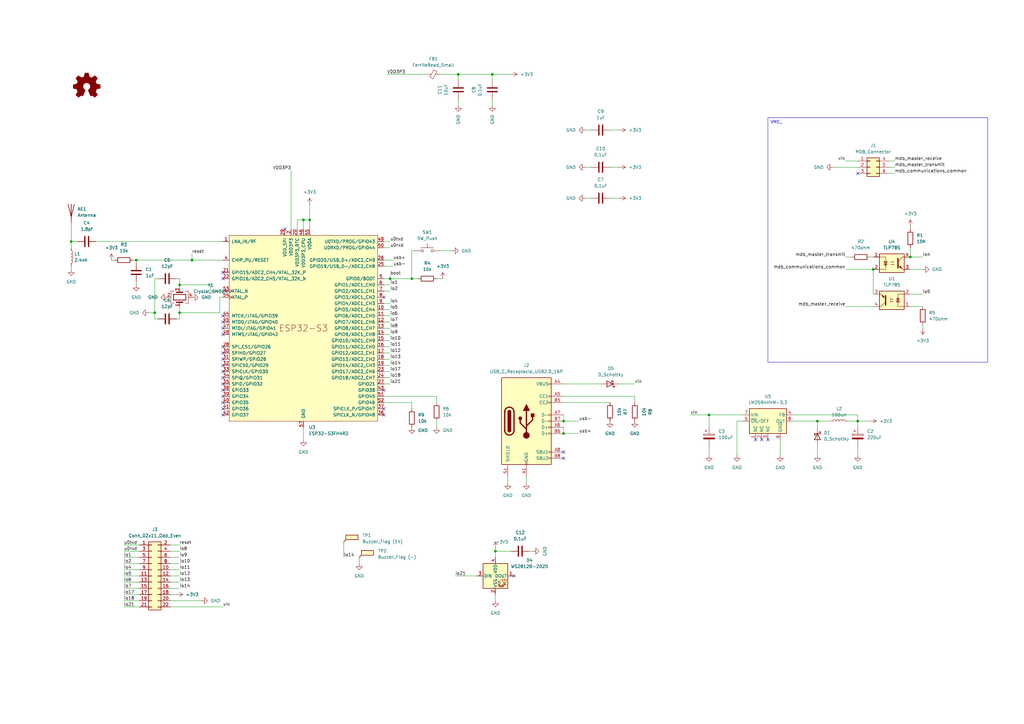
<source format=kicad_sch>
(kicad_sch (version 20250114) (generator "eeschema") (generator_version "9.0")
  (paper "A3")
  (lib_symbols
    (symbol "Connector:TestPoint_Flag" (pin_numbers (hide yes)) (pin_names (offset 0.762) (hide yes))
      (property "Reference" "TP" (at 3.429 1.778 0))
      (property "Value" "TestPoint_Flag" (at 3.302 4.191 0))
      (symbol "TestPoint_Flag_1_1"
        (pin passive line (at 0 0 90) (length 0) (name "1") (number "1"))
      )
    )
    (symbol "Connector:USB_C_Receptacle_USB2.0_16P" (pin_names (offset 1.016))
      (property "Reference" "J" (at 0 22.225 0))
      (property "Value" "USB_C_Receptacle_USB2.0_16P" (at 0 19.685 0))
      (symbol "USB_C_Receptacle_USB2.0_16P_1_1"
        (pin passive line (at -7.62 -22.86 90) (length 5.08) (name "SHIELD") (number "S1"))
        (pin passive line (at 0 -22.86 90) (length 5.08) (name "GND") (number "A1"))
        (pin passive line (at 0 -22.86 90) (length 5.08) (hide yes) (name "GND") (number "A12"))
        (pin passive line (at 0 -22.86 90) (length 5.08) (hide yes) (name "GND") (number "B1"))
        (pin passive line (at 0 -22.86 90) (length 5.08) (hide yes) (name "GND") (number "B12"))
        (pin passive line (at 15.24 15.24 180) (length 5.08) (name "VBUS") (number "A4"))
        (pin passive line (at 15.24 15.24 180) (length 5.08) (hide yes) (name "VBUS") (number "A9"))
        (pin passive line (at 15.24 15.24 180) (length 5.08) (hide yes) (name "VBUS") (number "B4"))
        (pin passive line (at 15.24 15.24 180) (length 5.08) (hide yes) (name "VBUS") (number "B9"))
        (pin bidirectional line (at 15.24 10.16 180) (length 5.08) (name "CC1") (number "A5"))
        (pin bidirectional line (at 15.24 7.62 180) (length 5.08) (name "CC2") (number "B5"))
        (pin bidirectional line (at 15.24 2.54 180) (length 5.08) (name "D-") (number "A7"))
        (pin bidirectional line (at 15.24 0 180) (length 5.08) (name "D-") (number "B7"))
        (pin bidirectional line (at 15.24 -2.54 180) (length 5.08) (name "D+") (number "A6"))
        (pin bidirectional line (at 15.24 -5.08 180) (length 5.08) (name "D+") (number "B6"))
        (pin bidirectional line (at 15.24 -12.7 180) (length 5.08) (name "SBU1") (number "A8"))
        (pin bidirectional line (at 15.24 -15.24 180) (length 5.08) (name "SBU2") (number "B8"))
      )
    )
    (symbol "Connector_Generic:Conn_02x03_Top_Bottom" (pin_names (offset 1.016) (hide yes))
      (property "Reference" "J" (at 1.27 5.08 0))
      (property "Value" "Conn_02x03_Top_Bottom" (at 1.27 -5.08 0))
      (symbol "Conn_02x03_Top_Bottom_1_1"
        (pin passive line (at -5.08 2.54 0) (length 3.81) (name "Pin_1") (number "1"))
        (pin passive line (at -5.08 0 0) (length 3.81) (name "Pin_2") (number "2"))
        (pin passive line (at -5.08 -2.54 0) (length 3.81) (name "Pin_3") (number "3"))
        (pin passive line (at 7.62 2.54 180) (length 3.81) (name "Pin_4") (number "4"))
        (pin passive line (at 7.62 0 180) (length 3.81) (name "Pin_5") (number "5"))
        (pin passive line (at 7.62 -2.54 180) (length 3.81) (name "Pin_6") (number "6"))
      )
    )
    (symbol "Connector_Generic:Conn_02x11_Odd_Even" (pin_names (offset 1.016) (hide yes))
      (property "Reference" "J" (at 1.27 15.24 0))
      (property "Value" "Conn_02x11_Odd_Even" (at 1.27 -15.24 0))
      (symbol "Conn_02x11_Odd_Even_1_1"
        (pin passive line (at -5.08 12.7 0) (length 3.81) (name "Pin_1") (number "1"))
        (pin passive line (at -5.08 10.16 0) (length 3.81) (name "Pin_3") (number "3"))
        (pin passive line (at -5.08 7.62 0) (length 3.81) (name "Pin_5") (number "5"))
        (pin passive line (at -5.08 5.08 0) (length 3.81) (name "Pin_7") (number "7"))
        (pin passive line (at -5.08 2.54 0) (length 3.81) (name "Pin_9") (number "9"))
        (pin passive line (at -5.08 0 0) (length 3.81) (name "Pin_11") (number "11"))
        (pin passive line (at -5.08 -2.54 0) (length 3.81) (name "Pin_13") (number "13"))
        (pin passive line (at -5.08 -5.08 0) (length 3.81) (name "Pin_15") (number "15"))
        (pin passive line (at -5.08 -7.62 0) (length 3.81) (name "Pin_17") (number "17"))
        (pin passive line (at -5.08 -10.16 0) (length 3.81) (name "Pin_19") (number "19"))
        (pin passive line (at -5.08 -12.7 0) (length 3.81) (name "Pin_21") (number "21"))
        (pin passive line (at 7.62 12.7 180) (length 3.81) (name "Pin_2") (number "2"))
        (pin passive line (at 7.62 10.16 180) (length 3.81) (name "Pin_4") (number "4"))
        (pin passive line (at 7.62 7.62 180) (length 3.81) (name "Pin_6") (number "6"))
        (pin passive line (at 7.62 5.08 180) (length 3.81) (name "Pin_8") (number "8"))
        (pin passive line (at 7.62 2.54 180) (length 3.81) (name "Pin_10") (number "10"))
        (pin passive line (at 7.62 0 180) (length 3.81) (name "Pin_12") (number "12"))
        (pin passive line (at 7.62 -2.54 180) (length 3.81) (name "Pin_14") (number "14"))
        (pin passive line (at 7.62 -5.08 180) (length 3.81) (name "Pin_16") (number "16"))
        (pin passive line (at 7.62 -7.62 180) (length 3.81) (name "Pin_18") (number "18"))
        (pin passive line (at 7.62 -10.16 180) (length 3.81) (name "Pin_20") (number "20"))
        (pin passive line (at 7.62 -12.7 180) (length 3.81) (name "Pin_22") (number "22"))
      )
    )
    (symbol "Device:Antenna" (pin_numbers (hide yes)) (pin_names (offset 1.016) (hide yes))
      (property "Reference" "AE" (at -1.905 1.905 0))
      (property "Value" "Antenna" (at -1.905 0 0))
      (symbol "Antenna_1_1"
        (pin input line (at 0 -5.08 90) (length 2.54) (name "A") (number "1"))
      )
    )
    (symbol "Device:C" (pin_numbers (hide yes)) (pin_names (offset 0.254))
      (property "Reference" "C" (at 0.635 2.54 0))
      (property "Value" "C" (at 0.635 -2.54 0))
      (symbol "C_1_1"
        (pin passive line (at 0 3.81 270) (length 2.794) (name "~") (number "1"))
        (pin passive line (at 0 -3.81 90) (length 2.794) (name "~") (number "2"))
      )
    )
    (symbol "Device:C_Polarized" (pin_numbers (hide yes)) (pin_names (offset 0.254))
      (property "Reference" "C" (at 0.635 2.54 0))
      (property "Value" "C_Polarized" (at 0.635 -2.54 0))
      (symbol "C_Polarized_1_1"
        (pin passive line (at 0 3.81 270) (length 2.794) (name "~") (number "1"))
        (pin passive line (at 0 -3.81 90) (length 2.794) (name "~") (number "2"))
      )
    )
    (symbol "Device:Crystal_GND24" (pin_names (offset 1.016) (hide yes))
      (property "Reference" "Y" (at 3.175 5.08 0))
      (property "Value" "Crystal_GND24" (at 3.175 3.175 0))
      (symbol "Crystal_GND24_1_1"
        (pin passive line (at -3.81 0 0) (length 1.27) (name "1") (number "1"))
        (pin passive line (at 0 5.08 270) (length 1.27) (name "2") (number "2"))
        (pin passive line (at 0 -5.08 90) (length 1.27) (name "4") (number "4"))
        (pin passive line (at 3.81 0 180) (length 1.27) (name "3") (number "3"))
      )
    )
    (symbol "Device:D_Schottky" (pin_numbers (hide yes)) (pin_names (offset 1.016) (hide yes))
      (property "Reference" "D" (at 0 2.54 0))
      (property "Value" "D_Schottky" (at 0 -2.54 0))
      (symbol "D_Schottky_1_1"
        (pin passive line (at -3.81 0 0) (length 2.54) (name "K") (number "1"))
        (pin passive line (at 3.81 0 180) (length 2.54) (name "A") (number "2"))
      )
    )
    (symbol "Device:FerriteBead_Small" (pin_numbers (hide yes)) (pin_names (offset 0))
      (property "Reference" "FB" (at 1.905 1.27 0))
      (property "Value" "FerriteBead_Small" (at 1.905 -1.27 0))
      (symbol "FerriteBead_Small_1_1"
        (pin passive line (at 0 2.54 270) (length 1.27) (name "~") (number "1"))
        (pin passive line (at 0 -2.54 90) (length 1.27) (name "~") (number "2"))
      )
    )
    (symbol "Device:L" (pin_numbers (hide yes)) (pin_names (offset 1.016) (hide yes))
      (property "Reference" "L" (at -1.27 0 90))
      (property "Value" "L" (at 1.905 0 90))
      (symbol "L_1_1"
        (pin passive line (at 0 3.81 270) (length 1.27) (name "1") (number "1"))
        (pin passive line (at 0 -3.81 90) (length 1.27) (name "2") (number "2"))
      )
    )
    (symbol "Device:R" (pin_numbers (hide yes)) (pin_names (offset 0))
      (property "Reference" "R" (at 2.032 0 90))
      (property "Value" "R" (at 0 0 90))
      (symbol "R_1_1"
        (pin passive line (at 0 3.81 270) (length 1.27) (name "~") (number "1"))
        (pin passive line (at 0 -3.81 90) (length 1.27) (name "~") (number "2"))
      )
    )
    (symbol "Graphic:Logo_Open_Hardware_Small" (in_bom no) (on_board no))
    (symbol "Isolator:TLP785" (pin_names (offset 1.016))
      (property "Reference" "U" (at -5.08 5.08 0))
      (property "Value" "TLP785" (at 0 5.08 0))
      (symbol "TLP785_1_1"
        (pin passive line (at -7.62 2.54 0) (length 2.54) (name "~") (number "1"))
        (pin passive line (at -7.62 -2.54 0) (length 2.54) (name "~") (number "2"))
        (pin passive line (at 7.62 2.54 180) (length 2.54) (name "~") (number "4"))
        (pin passive line (at 7.62 -2.54 180) (length 2.54) (name "~") (number "3"))
      )
    )
    (symbol "LED:WS2812B-2020" (pin_names (offset 0.254))
      (property "Reference" "D" (at 5.08 5.715 0))
      (property "Value" "WS2812B-2020" (at 1.27 -5.715 0))
      (symbol "WS2812B-2020_0_0"
        (text "RGB" (at 2.286 -4.191 0) (effects (font (size 0.762 0.762))))
      )
      (symbol "WS2812B-2020_1_1"
        (pin input line (at -7.62 0 0) (length 2.54) (name "DIN") (number "3"))
        (pin power_in line (at 0 7.62 270) (length 2.54) (name "VDD") (number "4"))
        (pin power_in line (at 0 -7.62 90) (length 2.54) (name "VSS") (number "2"))
        (pin output line (at 7.62 0 180) (length 2.54) (name "DOUT") (number "1"))
      )
    )
    (symbol "PCM_Espressif:ESP32-S3" (pin_names (offset 1.016))
      (property "Reference" "U" (at -30.48 43.18 0))
      (property "Value" "ESP32-S3" (at -30.48 40.64 0))
      (symbol "ESP32-S3_0_0"
        (text "ESP32-S3" (at 0 0 0) (effects (font (size 2.54 2.54))))
        (pin bidirectional line (at 33.02 -33.02 180) (length 2.54) (name "SPICLK_P/GPIO47") (number "37"))
        (pin bidirectional line (at 33.02 -35.56 180) (length 2.54) (name "SPICLK_N/GPIO48") (number "36"))
      )
      (symbol "ESP32-S3_1_1"
        (pin bidirectional line (at -33.02 35.56 0) (length 2.54) (name "LNA_IN/RF") (number "1"))
        (pin input line (at -33.02 27.94 0) (length 2.54) (name "CHIP_PU/RESET") (number "4"))
        (pin bidirectional line (at -33.02 22.86 0) (length 2.54) (name "GPIO15/ADC2_CH4/XTAL_32K_P") (number "21"))
        (pin bidirectional line (at -33.02 20.32 0) (length 2.54) (name "GPIO16/ADC2_CH5/XTAL_32K_N") (number "22"))
        (pin input clock (at -33.02 15.24 0) (length 2.54) (name "XTAL_N") (number "53"))
        (pin output clock (at -33.02 12.7 0) (length 2.54) (name "XTAL_P") (number "54"))
        (pin bidirectional line (at -33.02 5.08 0) (length 2.54) (name "MTCK/JTAG/GPIO39") (number "44"))
        (pin bidirectional line (at -33.02 2.54 0) (length 2.54) (name "MTDO/JTAG/GPIO40") (number "45"))
        (pin bidirectional line (at -33.02 0 0) (length 2.54) (name "MTDI/JTAG/GPIO41") (number "47"))
        (pin bidirectional line (at -33.02 -2.54 0) (length 2.54) (name "MTMS/JTAG/GPIO42") (number "48"))
        (pin bidirectional line (at -33.02 -7.62 0) (length 2.54) (name "SPI_CS1/GPIO26") (number "28"))
        (pin bidirectional line (at -33.02 -10.16 0) (length 2.54) (name "SPIHD/GPIO27") (number "30"))
        (pin bidirectional line (at -33.02 -12.7 0) (length 2.54) (name "SPIWP/GPIO28") (number "31"))
        (pin bidirectional line (at -33.02 -15.24 0) (length 2.54) (name "SPICS0/GPIO29") (number "32"))
        (pin bidirectional line (at -33.02 -17.78 0) (length 2.54) (name "SPICLK/GPIO30") (number "33"))
        (pin bidirectional line (at -33.02 -20.32 0) (length 2.54) (name "SPIQ/GPIO31") (number "34"))
        (pin bidirectional line (at -33.02 -22.86 0) (length 2.54) (name "SPID/GPIO32") (number "35"))
        (pin bidirectional line (at -33.02 -25.4 0) (length 2.54) (name "GPIO33") (number "38"))
        (pin bidirectional line (at -33.02 -27.94 0) (length 2.54) (name "GPIO34") (number "39"))
        (pin bidirectional line (at -33.02 -30.48 0) (length 2.54) (name "GPIO35") (number "40"))
        (pin bidirectional line (at -33.02 -33.02 0) (length 2.54) (name "GPIO36") (number "41"))
        (pin bidirectional line (at -33.02 -35.56 0) (length 2.54) (name "GPIO37") (number "42"))
        (pin power_out line (at -7.62 40.64 270) (length 2.54) (name "VDD_SPI") (number "29"))
        (pin power_in line (at -5.08 40.64 270) (length 2.54) (name "VDD3P3") (number "2"))
        (pin power_in line (at -5.08 40.64 270) (length 2.54) (hide yes) (name "VDD3P3") (number "3"))
        (pin power_in line (at -2.54 40.64 270) (length 2.54) (name "VDD3P3_RTC") (number "20"))
        (pin power_in line (at 0 40.64 270) (length 2.54) (name "VDD3P3_CPU") (number "46"))
        (pin power_in line (at 0 -40.64 90) (length 2.54) (name "GND") (number "57"))
        (pin power_in line (at 2.54 40.64 270) (length 2.54) (name "VDDA") (number "55"))
        (pin passive line (at 2.54 40.64 270) (length 2.54) (hide yes) (name "VDDA") (number "56"))
        (pin bidirectional line (at 33.02 35.56 180) (length 2.54) (name "U0TXD/PROG/GPIO43") (number "49"))
        (pin bidirectional line (at 33.02 33.02 180) (length 2.54) (name "U0RXD/PROG/GPIO44") (number "50"))
        (pin bidirectional line (at 33.02 27.94 180) (length 2.54) (name "GPIO20/USB_D+/ADC2_CH9") (number "26"))
        (pin bidirectional line (at 33.02 25.4 180) (length 2.54) (name "GPIO19/USB_D-/ADC2_CH8") (number "25"))
        (pin bidirectional line (at 33.02 20.32 180) (length 2.54) (name "GPIO0/BOOT") (number "5"))
        (pin bidirectional line (at 33.02 17.78 180) (length 2.54) (name "GPIO1/ADC1_CH0") (number "6"))
        (pin bidirectional line (at 33.02 15.24 180) (length 2.54) (name "GPIO2/ADC1_CH1") (number "7"))
        (pin bidirectional line (at 33.02 12.7 180) (length 2.54) (name "GPIO3/ADC1_CH2") (number "8"))
        (pin bidirectional line (at 33.02 10.16 180) (length 2.54) (name "GPIO4/ADC1_CH3") (number "9"))
        (pin bidirectional line (at 33.02 7.62 180) (length 2.54) (name "GPIO5/ADC1_CH4") (number "10"))
        (pin bidirectional line (at 33.02 5.08 180) (length 2.54) (name "GPIO6/ADC1_CH5") (number "11"))
        (pin bidirectional line (at 33.02 2.54 180) (length 2.54) (name "GPIO7/ADC1_CH6") (number "12"))
        (pin bidirectional line (at 33.02 0 180) (length 2.54) (name "GPIO8/ADC1_CH7") (number "13"))
        (pin bidirectional line (at 33.02 -2.54 180) (length 2.54) (name "GPIO9/ADC1_CH8") (number "14"))
        (pin bidirectional line (at 33.02 -5.08 180) (length 2.54) (name "GPIO10/ADC1_CH9") (number "15"))
        (pin bidirectional line (at 33.02 -7.62 180) (length 2.54) (name "GPIO11/ADC2_CH0") (number "16"))
        (pin bidirectional line (at 33.02 -10.16 180) (length 2.54) (name "GPIO12/ADC2_CH1") (number "17"))
        (pin bidirectional line (at 33.02 -12.7 180) (length 2.54) (name "GPIO13/ADC2_CH2") (number "18"))
        (pin bidirectional line (at 33.02 -15.24 180) (length 2.54) (name "GPIO14/ADC2_CH3") (number "19"))
        (pin bidirectional line (at 33.02 -17.78 180) (length 2.54) (name "GPIO17/ADC2_CH6") (number "23"))
        (pin bidirectional line (at 33.02 -20.32 180) (length 2.54) (name "GPIO18/ADC2_CH7") (number "24"))
        (pin bidirectional line (at 33.02 -22.86 180) (length 2.54) (name "GPIO21") (number "27"))
        (pin bidirectional line (at 33.02 -25.4 180) (length 2.54) (name "GPIO38") (number "43"))
        (pin bidirectional line (at 33.02 -27.94 180) (length 2.54) (name "GPIO45") (number "51"))
        (pin bidirectional line (at 33.02 -30.48 180) (length 2.54) (name "GPIO46") (number "52"))
      )
    )
    (symbol "Regulator_Switching:LM2594HVM-3.3"
      (property "Reference" "U" (at -7.62 6.35 0))
      (property "Value" "LM2594HVM-3.3" (at 0 6.35 0))
      (symbol "LM2594HVM-3.3_1_1"
        (pin power_in line (at -10.16 2.54 0) (length 2.54) (name "VIN") (number "7"))
        (pin input line (at -10.16 0 0) (length 2.54) (name "~{ON}/OFF") (number "5"))
        (pin passive line (at -5.08 -7.62 90) (length 2.54) (name "NC") (number "1"))
        (pin passive line (at -2.54 -7.62 90) (length 2.54) (name "NC") (number "2"))
        (pin passive line (at 0 -7.62 90) (length 2.54) (name "NC") (number "3"))
        (pin power_in line (at 5.08 -7.62 90) (length 2.54) (name "GND") (number "6"))
        (pin input line (at 10.16 2.54 180) (length 2.54) (name "FB") (number "4"))
        (pin output line (at 10.16 0 180) (length 2.54) (name "OUT") (number "8"))
      )
    )
    (symbol "Switch:SW_Push" (pin_numbers (hide yes)) (pin_names (offset 1.016) (hide yes))
      (property "Reference" "SW" (at 1.27 2.54 0))
      (property "Value" "SW_Push" (at 0 -1.524 0))
      (symbol "SW_Push_0_1"
        (pin passive line (at -5.08 0 0) (length 2.54) (name "1") (number "1"))
        (pin passive line (at 5.08 0 180) (length 2.54) (name "2") (number "2"))
      )
    )
    (symbol "power:+3V3" (power) (pin_names (offset 0))
      (property "Value" "+3V3" (at 0 3.556 0))
      (symbol "+3V3_1_1"
        (pin power_in line (at 0 0 90) (length 0) (hide yes) (name "+3V3") (number "1"))
      )
    )
    (symbol "power:GND" (power) (pin_names (offset 0))
      (property "Value" "GND" (at 0 -3.81 0))
      (symbol "GND_1_1"
        (pin power_in line (at 0 0 270) (length 0) (hide yes) (name "GND") (number "1"))
      )
    )
  )
  (text_box "VMC_" (at 314.96 48.26 0) (size 90.17 100.33) (margins 0.9525 0.9525 0.9525 0.9525) (effects (font (size 1.27 1.27)) (justify left top)))
  (junction (at 160.02 114.3))
  (junction (at 168.91 114.3))
  (junction (at 335.28 172.72))
  (junction (at 78.74 106.68))
  (junction (at 231.14 177.8))
  (junction (at 73.66 128.27))
  (junction (at 73.66 116.84))
  (junction (at 127 90.17))
  (junction (at 358.14 110.49))
  (junction (at 63.5 128.27))
  (junction (at 290.83 170.18))
  (junction (at 231.14 172.72))
  (junction (at 201.93 30.48))
  (junction (at 55.88 106.68))
  (junction (at 29.21 99.06))
  (junction (at 187.96 30.48))
  (junction (at 351.79 172.72))
  (junction (at 124.46 90.17))
  (junction (at 203.2 226.06))
  (junction (at 373.38 105.41))
  (no_connect (at 231.14 185.42))
  (no_connect (at 91.44 160.02))
  (no_connect (at 351.79 71.12))
  (no_connect (at 231.14 187.96))
  (no_connect (at 91.44 142.24))
  (no_connect (at 91.44 162.56))
  (no_connect (at 314.96 180.34))
  (no_connect (at 91.44 134.62))
  (no_connect (at 91.44 149.86))
  (no_connect (at 91.44 114.3))
  (no_connect (at 210.82 236.22))
  (no_connect (at 91.44 170.18))
  (no_connect (at 91.44 147.32))
  (no_connect (at 91.44 154.94))
  (no_connect (at 116.84 93.98))
  (no_connect (at 91.44 132.08))
  (no_connect (at 91.44 137.16))
  (no_connect (at 91.44 111.76))
  (no_connect (at 91.44 167.64))
  (no_connect (at 91.44 157.48))
  (no_connect (at 157.48 160.02))
  (no_connect (at 309.88 180.34))
  (no_connect (at 157.48 170.18))
  (no_connect (at 91.44 152.4))
  (no_connect (at 312.42 180.34))
  (no_connect (at 157.48 121.92))
  (no_connect (at 91.44 165.1))
  (no_connect (at 91.44 144.78))
  (no_connect (at 91.44 129.54))
  (no_connect (at 157.48 167.64))
  (wire (pts (xy 170.18 102.87) (xy 168.91 102.87)))
  (wire (pts (xy 346.71 110.49) (xy 358.14 110.49)))
  (wire (pts (xy 69.85 243.84) (xy 72.39 243.84)))
  (wire (pts (xy 203.2 224.79) (xy 203.2 226.06)))
  (wire (pts (xy 157.48 162.56) (xy 179.07 162.56)))
  (wire (pts (xy 346.71 105.41) (xy 349.25 105.41)))
  (wire (pts (xy 254 53.34) (xy 250.19 53.34)))
  (wire (pts (xy 215.9 198.12) (xy 215.9 195.58)))
  (wire (pts (xy 373.38 110.49) (xy 378.46 110.49)))
  (wire (pts (xy 364.49 71.12) (xy 367.03 71.12)))
  (wire (pts (xy 351.79 175.26) (xy 351.79 172.72)))
  (wire (pts (xy 302.26 172.72) (xy 304.8 172.72)))
  (wire (pts (xy 91.44 119.38) (xy 86.36 119.38)))
  (wire (pts (xy 63.5 130.81) (xy 64.77 130.81)))
  (wire (pts (xy 218.44 226.06) (xy 217.17 226.06)))
  (wire (pts (xy 209.55 226.06) (xy 203.2 226.06)))
  (wire (pts (xy 73.66 231.14) (xy 69.85 231.14)))
  (wire (pts (xy 50.8 248.92) (xy 57.15 248.92)))
  (wire (pts (xy 231.14 162.56) (xy 260.35 162.56)))
  (wire (pts (xy 351.79 186.69) (xy 351.79 182.88)))
  (wire (pts (xy 378.46 133.35) (xy 378.46 134.62)))
  (wire (pts (xy 29.21 99.06) (xy 31.75 99.06)))
  (wire (pts (xy 290.83 170.18) (xy 304.8 170.18)))
  (wire (pts (xy 157.48 129.54) (xy 160.02 129.54)))
  (wire (pts (xy 72.39 130.81) (xy 73.66 130.81)))
  (wire (pts (xy 73.66 238.76) (xy 69.85 238.76)))
  (wire (pts (xy 157.48 157.48) (xy 160.02 157.48)))
  (wire (pts (xy 203.2 246.38) (xy 203.2 243.84)))
  (wire (pts (xy 55.88 107.95) (xy 55.88 106.68)))
  (wire (pts (xy 186.69 236.22) (xy 195.58 236.22)))
  (wire (pts (xy 72.39 114.3) (xy 73.66 114.3)))
  (wire (pts (xy 201.93 30.48) (xy 201.93 33.02)))
  (wire (pts (xy 73.66 226.06) (xy 69.85 226.06)))
  (wire (pts (xy 158.75 30.48) (xy 175.26 30.48)))
  (wire (pts (xy 78.74 106.68) (xy 91.44 106.68)))
  (wire (pts (xy 157.48 106.68) (xy 161.29 106.68)))
  (wire (pts (xy 283.21 170.18) (xy 290.83 170.18)))
  (wire (pts (xy 90.17 128.27) (xy 90.17 121.92)))
  (wire (pts (xy 119.38 69.85) (xy 119.38 93.98)))
  (wire (pts (xy 54.61 106.68) (xy 55.88 106.68)))
  (wire (pts (xy 157.48 147.32) (xy 160.02 147.32)))
  (wire (pts (xy 157.48 119.38) (xy 160.02 119.38)))
  (wire (pts (xy 50.8 241.3) (xy 57.15 241.3)))
  (wire (pts (xy 157.48 114.3) (xy 160.02 114.3)))
  (wire (pts (xy 160.02 113.03) (xy 160.02 114.3)))
  (wire (pts (xy 63.5 128.27) (xy 63.5 130.81)))
  (wire (pts (xy 157.48 165.1) (xy 168.91 165.1)))
  (wire (pts (xy 351.79 172.72) (xy 347.98 172.72)))
  (wire (pts (xy 340.36 172.72) (xy 335.28 172.72)))
  (wire (pts (xy 73.66 130.81) (xy 73.66 128.27)))
  (wire (pts (xy 168.91 102.87) (xy 168.91 114.3)))
  (wire (pts (xy 187.96 43.18) (xy 187.96 40.64)))
  (wire (pts (xy 82.55 246.38) (xy 69.85 246.38)))
  (wire (pts (xy 201.93 30.48) (xy 187.96 30.48)))
  (wire (pts (xy 55.88 106.68) (xy 78.74 106.68)))
  (wire (pts (xy 203.2 226.06) (xy 203.2 228.6)))
  (wire (pts (xy 73.66 233.68) (xy 69.85 233.68)))
  (wire (pts (xy 29.21 99.06) (xy 29.21 101.6)))
  (wire (pts (xy 208.28 195.58) (xy 208.28 198.12)))
  (wire (pts (xy 73.66 241.3) (xy 69.85 241.3)))
  (wire (pts (xy 124.46 175.26) (xy 124.46 180.34)))
  (wire (pts (xy 50.8 233.68) (xy 57.15 233.68)))
  (wire (pts (xy 157.48 149.86) (xy 160.02 149.86)))
  (wire (pts (xy 124.46 93.98) (xy 124.46 90.17)))
  (wire (pts (xy 168.91 167.64) (xy 168.91 165.1)))
  (wire (pts (xy 240.03 68.58) (xy 242.57 68.58)))
  (wire (pts (xy 157.48 137.16) (xy 160.02 137.16)))
  (wire (pts (xy 254 68.58) (xy 250.19 68.58)))
  (wire (pts (xy 187.96 30.48) (xy 187.96 33.02)))
  (wire (pts (xy 86.36 119.38) (xy 86.36 116.84)))
  (wire (pts (xy 290.83 175.26) (xy 290.83 170.18)))
  (wire (pts (xy 290.83 186.69) (xy 290.83 182.88)))
  (wire (pts (xy 50.8 243.84) (xy 57.15 243.84)))
  (wire (pts (xy 29.21 109.22) (xy 29.21 110.49)))
  (wire (pts (xy 46.99 106.68) (xy 45.72 106.68)))
  (wire (pts (xy 29.21 91.44) (xy 29.21 99.06)))
  (wire (pts (xy 73.66 116.84) (xy 86.36 116.84)))
  (wire (pts (xy 373.38 105.41) (xy 378.46 105.41)))
  (wire (pts (xy 121.92 93.98) (xy 121.92 90.17)))
  (wire (pts (xy 157.48 124.46) (xy 160.02 124.46)))
  (wire (pts (xy 335.28 182.88) (xy 335.28 186.69)))
  (wire (pts (xy 50.8 238.76) (xy 57.15 238.76)))
  (wire (pts (xy 351.79 170.18) (xy 351.79 172.72)))
  (wire (pts (xy 335.28 175.26) (xy 335.28 172.72)))
  (wire (pts (xy 179.07 172.72) (xy 179.07 175.26)))
  (wire (pts (xy 50.8 226.06) (xy 57.15 226.06)))
  (wire (pts (xy 55.88 116.84) (xy 55.88 115.57)))
  (wire (pts (xy 254 81.28) (xy 250.19 81.28)))
  (wire (pts (xy 73.66 223.52) (xy 69.85 223.52)))
  (wire (pts (xy 240.03 81.28) (xy 242.57 81.28)))
  (wire (pts (xy 325.12 170.18) (xy 351.79 170.18)))
  (wire (pts (xy 179.07 114.3) (xy 181.61 114.3)))
  (wire (pts (xy 63.5 114.3) (xy 63.5 128.27)))
  (wire (pts (xy 302.26 186.69) (xy 302.26 172.72)))
  (wire (pts (xy 127 83.82) (xy 127 90.17)))
  (wire (pts (xy 50.8 231.14) (xy 57.15 231.14)))
  (wire (pts (xy 180.34 102.87) (xy 185.42 102.87)))
  (wire (pts (xy 127 90.17) (xy 127 93.98)))
  (wire (pts (xy 157.48 152.4) (xy 160.02 152.4)))
  (wire (pts (xy 160.02 142.24) (xy 157.48 142.24)))
  (wire (pts (xy 50.8 236.22) (xy 57.15 236.22)))
  (wire (pts (xy 320.04 186.69) (xy 320.04 180.34)))
  (wire (pts (xy 140.97 222.25) (xy 140.97 228.6)))
  (wire (pts (xy 356.87 172.72) (xy 351.79 172.72)))
  (wire (pts (xy 231.14 165.1) (xy 250.19 165.1)))
  (wire (pts (xy 171.45 114.3) (xy 168.91 114.3)))
  (wire (pts (xy 73.66 236.22) (xy 69.85 236.22)))
  (wire (pts (xy 364.49 68.58) (xy 367.03 68.58)))
  (wire (pts (xy 209.55 30.48) (xy 201.93 30.48)))
  (wire (pts (xy 73.66 118.11) (xy 73.66 116.84)))
  (wire (pts (xy 91.44 248.92) (xy 69.85 248.92)))
  (wire (pts (xy 73.66 228.6) (xy 69.85 228.6)))
  (wire (pts (xy 73.66 128.27) (xy 73.66 125.73)))
  (wire (pts (xy 201.93 43.18) (xy 201.93 40.64)))
  (wire (pts (xy 160.02 114.3) (xy 168.91 114.3)))
  (wire (pts (xy 50.8 246.38) (xy 57.15 246.38)))
  (wire (pts (xy 231.14 175.26) (xy 231.14 177.8)))
  (wire (pts (xy 157.48 116.84) (xy 160.02 116.84)))
  (wire (pts (xy 346.71 66.04) (xy 351.79 66.04)))
  (wire (pts (xy 157.48 139.7) (xy 160.02 139.7)))
  (wire (pts (xy 50.8 228.6) (xy 57.15 228.6)))
  (wire (pts (xy 373.38 120.65) (xy 378.46 120.65)))
  (wire (pts (xy 231.14 172.72) (xy 237.49 172.72)))
  (wire (pts (xy 157.48 154.94) (xy 160.02 154.94)))
  (wire (pts (xy 341.63 68.58) (xy 351.79 68.58)))
  (wire (pts (xy 147.32 228.6) (xy 147.32 231.14)))
  (wire (pts (xy 346.71 125.73) (xy 358.14 125.73)))
  (wire (pts (xy 187.96 30.48) (xy 180.34 30.48)))
  (wire (pts (xy 90.17 121.92) (xy 91.44 121.92)))
  (wire (pts (xy 254 157.48) (xy 260.35 157.48)))
  (wire (pts (xy 157.48 134.62) (xy 160.02 134.62)))
  (wire (pts (xy 356.87 105.41) (xy 358.14 105.41)))
  (wire (pts (xy 373.38 92.71) (xy 373.38 93.98)))
  (wire (pts (xy 63.5 114.3) (xy 64.77 114.3)))
  (wire (pts (xy 157.48 132.08) (xy 160.02 132.08)))
  (wire (pts (xy 157.48 99.06) (xy 160.02 99.06)))
  (wire (pts (xy 179.07 162.56) (xy 179.07 165.1)))
  (wire (pts (xy 73.66 128.27) (xy 90.17 128.27)))
  (wire (pts (xy 335.28 172.72) (xy 325.12 172.72)))
  (wire (pts (xy 373.38 101.6) (xy 373.38 105.41)))
  (wire (pts (xy 157.48 144.78) (xy 160.02 144.78)))
  (wire (pts (xy 73.66 114.3) (xy 73.66 116.84)))
  (wire (pts (xy 121.92 90.17) (xy 124.46 90.17)))
  (wire (pts (xy 157.48 127) (xy 160.02 127)))
  (wire (pts (xy 157.48 101.6) (xy 160.02 101.6)))
  (wire (pts (xy 364.49 66.04) (xy 367.03 66.04)))
  (wire (pts (xy 39.37 99.06) (xy 91.44 99.06)))
  (wire (pts (xy 78.74 104.14) (xy 78.74 106.68)))
  (wire (pts (xy 231.14 170.18) (xy 231.14 172.72)))
  (wire (pts (xy 50.8 223.52) (xy 57.15 223.52)))
  (wire (pts (xy 358.14 110.49) (xy 358.14 120.65)))
  (wire (pts (xy 231.14 157.48) (xy 246.38 157.48)))
  (wire (pts (xy 240.03 53.34) (xy 242.57 53.34)))
  (wire (pts (xy 60.96 128.27) (xy 63.5 128.27)))
  (wire (pts (xy 231.14 177.8) (xy 237.49 177.8)))
  (wire (pts (xy 260.35 162.56) (xy 260.35 165.1)))
  (wire (pts (xy 373.38 125.73) (xy 378.46 125.73)))
  (wire (pts (xy 124.46 90.17) (xy 127 90.17)))
  (wire (pts (xy 157.48 109.22) (xy 161.29 109.22)))
  (label "u0txd" (at 160.02 99.06 0))
  (label "reset" (at 78.74 104.14 0))
  (label "io18" (at 50.8 246.38 0))
  (label "usb+" (at 161.29 106.68 0))
  (label "vin" (at 283.21 170.18 0))
  (label "vin" (at 260.35 157.48 0))
  (label "io1" (at 50.8 228.6 0))
  (label "io21" (at 186.69 236.22 0))
  (label "usb+" (at 237.49 177.8 0))
  (label "VDD3P3" (at 119.38 69.85 180))
  (label "reset" (at 73.66 223.52 0))
  (label "boot" (at 160.02 113.03 0))
  (label "io5" (at 50.8 236.22 0))
  (label "io7" (at 50.8 241.3 0))
  (label "io5" (at 378.46 120.65 0))
  (label "usb-" (at 161.29 109.22 0))
  (label "io9" (at 160.02 137.16 0))
  (label "io2" (at 160.02 119.38 0))
  (label "io14" (at 73.66 241.3 0))
  (label "usb-" (at 237.49 172.72 0))
  (label "io17" (at 50.8 243.84 0))
  (label "io1" (at 160.02 116.84 0))
  (label "io12" (at 160.02 144.78 0))
  (label "mdb_master_receive" (at 346.71 125.73 180))
  (label "io13" (at 160.02 147.32 0))
  (label "mdb_master_transmit" (at 346.71 105.41 180))
  (label "io14" (at 160.02 149.86 0))
  (label "io4" (at 50.8 233.68 0))
  (label "mdb_master_receive" (at 367.03 66.04 0))
  (label "mdb_communications_common" (at 367.03 71.12 0))
  (label "io12" (at 73.66 236.22 0))
  (label "io10" (at 160.02 139.7 0))
  (label "io6" (at 160.02 129.54 0))
  (label "u0rxd" (at 160.02 101.6 0))
  (label "io8" (at 160.02 134.62 0))
  (label "io6" (at 50.8 238.76 0))
  (label "io2" (at 50.8 231.14 0))
  (label "io4" (at 160.02 124.46 0))
  (label "io11" (at 160.02 142.24 0))
  (label "VDD3P3" (at 158.75 30.48 0))
  (label "io11" (at 73.66 233.68 0))
  (label "io21" (at 160.02 157.48 0))
  (label "io4" (at 378.46 105.41 0))
  (label "io18" (at 160.02 154.94 0))
  (label "io7" (at 160.02 132.08 0))
  (label "io10" (at 73.66 231.14 0))
  (label "io5" (at 160.02 127 0))
  (label "mdb_master_transmit" (at 367.03 68.58 0))
  (label "io17" (at 160.02 152.4 0))
  (label "u0txd" (at 50.8 223.52 0))
  (label "io21" (at 50.8 248.92 0))
  (label "io9" (at 73.66 228.6 0))
  (label "u0rxd" (at 50.8 226.06 0))
  (label "io13" (at 73.66 238.76 0))
  (label "vin" (at 346.71 66.04 180))
  (label "vin" (at 91.44 248.92 0))
  (label "mdb_communications_common" (at 346.71 110.49 180))
  (label "io14" (at 140.97 228.6 0))
  (label "io8" (at 73.66 226.06 0))
  (symbol (lib_id "power:GND") (at 124.46 180.34 0) (unit 1)
    (property "Reference" "#PWR026" (effects (hide yes)))
    (property "Value" "GND" (at 124.46 185.42 0))
  )
  (symbol (lib_id "power:+3V3") (at 373.38 92.71 0) (unit 1)
    (property "Reference" "#PWR012" (effects (hide yes)))
    (property "Value" "+3V3" (at 373.38 87.63 0))
  )
  (symbol (lib_id "power:+3V3") (at 72.39 243.84 270) (unit 1)
    (property "Reference" "#PWR030" (effects (hide yes)))
    (property "Value" "+3V3" (at 76.2 243.84 90) (effects (justify left)))
  )
  (symbol (lib_id "power:+3V3") (at 378.46 134.62 180) (unit 1)
    (property "Reference" "#PWR019" (effects (hide yes)))
    (property "Value" "+3V3" (at 378.46 139.7 0))
  )
  (symbol (lib_id "power:GND") (at 82.55 246.38 90) (unit 1)
    (property "Reference" "#PWR033" (effects (hide yes)))
    (property "Value" "GND" (at 86.36 246.38 90) (effects (justify right)))
  )
  (symbol (lib_id "Device:C") (at 201.93 36.83 180) (unit 1)
    (property "Reference" "C8" (at 194.31 36.83 90))
    (property "Value" "0.1uF" (at 196.85 36.83 90))
    (property "Footprint" "Capacitor_SMD:C_0603_1608Metric" (effects (hide yes)))
    (property "LCSC#" "C5137636" (effects (hide yes)))
  )
  (symbol (lib_id "power:+3V3") (at 203.2 224.79 0) (unit 1)
    (property "Reference" "#PWR035" (effects (hide yes)))
    (property "Value" "+3V3" (at 203.2 222.25 0) (effects (justify left)))
  )
  (symbol (lib_id "power:GND") (at 218.44 226.06 90) (unit 1)
    (property "Reference" "#PWR029" (effects (hide yes)))
    (property "Value" "GND" (at 223.52 226.06 0))
  )
  (symbol (lib_id "Isolator:TLP785") (at 365.76 107.95 0) (unit 1)
    (property "Reference" "U4" (at 365.76 99.06 0))
    (property "Value" "TLP785" (at 365.76 101.6 0))
    (property "Footprint" "Package_DIP:SMDIP-4_W7.62mm" (effects (hide yes)))
    (property "Datasheet" "https://toshiba.semicon-storage.com/info/docget.jsp?did=10569&prodName=TLP785" (effects (hide yes)))
    (property "Description" "DC Optocoupler, Vce 80V, CTR 50-200%, DIP4" (effects (hide yes)))
    (property "LCSC#" "C41383960" (effects (hide yes)))
  )
  (symbol (lib_id "Graphic:Logo_Open_Hardware_Small") (at 35.56 35.56 0) (unit 1) (exclude_from_sim yes) (in_bom no) (on_board no)
    (property "Reference" "#SYM2" (effects (hide yes)))
    (property "Value" "Logo_Open_Hardware_Small" (effects (hide yes)))
    (property "Footprint" "Symbol:OSHW-Logo2_14.6x12mm_SilkScreen" (effects (hide yes)))
    (property "Description" "Open Hardware logo, small" (effects (hide yes)))
  )
  (symbol (lib_id "Device:R") (at 378.46 129.54 180) (unit 1)
    (property "Reference" "R5" (at 381 128.2699 0) (effects (justify right)))
    (property "Value" "470ohm" (at 381 130.8099 0) (effects (justify right)))
    (property "Footprint" "Resistor_SMD:R_0603_1608Metric" (effects (hide yes)))
    (property "Description" "Resistor" (effects (hide yes)))
    (property "LCSC#" "C114669" (effects (hide yes)))
  )
  (symbol (lib_id "power:+3V3") (at 254 68.58 270) (unit 1)
    (property "Reference" "#PWR039" (effects (hide yes)))
    (property "Value" "+3V3" (at 257.81 68.5799 90) (effects (justify left)))
  )
  (symbol (lib_id "power:GND") (at 78.74 121.92 90) (unit 1)
    (property "Reference" "#PWR05" (effects (hide yes)))
    (property "Value" "GND" (at 82.55 121.9199 90) (effects (justify right)))
  )
  (symbol (lib_id "power:GND") (at 320.04 186.69 0) (unit 1)
    (property "Reference" "#PWR08" (effects (hide yes)))
    (property "Value" "GND" (at 320.04 191.77 0))
  )
  (symbol (lib_id "Switch:SW_Push") (at 175.26 102.87 0) (unit 1)
    (property "Reference" "SW1" (at 175.26 95.25 0))
    (property "Value" "SW_Push" (at 175.26 97.79 0))
    (property "Footprint" "Button_Switch_SMD:SW_Tactile_SPST_NO_Straight_CK_PTS636Sx25SMTRLFS" (effects (hide yes)))
    (property "LCSC#" "C42435421" (effects (hide yes)))
  )
  (symbol (lib_id "power:+3V3") (at 181.61 114.3 0) (unit 1)
    (property "Reference" "#PWR017" (effects (hide yes)))
    (property "Value" "+3V3" (at 181.61 109.22 0))
  )
  (symbol (lib_id "LED:WS2812B-2020") (at 203.2 236.22 0) (unit 1)
    (property "Reference" "D4" (at 217.17 229.7998 0))
    (property "Value" "WS2812B-2020" (at 217.17 232.3398 0))
    (property "Footprint" "LED_SMD:LED_WS2812B-2020_PLCC4_2.0x2.0mm" (effects (hide yes)))
    (property "Datasheet" "https://cdn-shop.adafruit.com/product-files/4684/4684_WS2812B-2020_V1.3_EN.pdf" (effects (hide yes)))
    (property "Description" "RGB LED with integrated controller, 2.0 x 2.0 mm, 12 mA" (effects (hide yes)))
    (property "LCSC#" "C965555" (effects (hide yes)))
  )
  (symbol (lib_id "power:GND") (at 55.88 116.84 0) (unit 1)
    (property "Reference" "#PWR06" (effects (hide yes)))
    (property "Value" "GND" (at 55.88 121.92 0))
  )
  (symbol (lib_id "power:+3V3") (at 45.72 106.68 0) (unit 1)
    (property "Reference" "#PWR014" (effects (hide yes)))
    (property "Value" "+3V3" (at 45.72 101.6 0))
  )
  (symbol (lib_id "power:GND") (at 378.46 110.49 90) (unit 1)
    (property "Reference" "#PWR016" (effects (hide yes)))
    (property "Value" "GND" (at 382.27 110.4899 90) (effects (justify right)))
  )
  (symbol (lib_id "Connector:USB_C_Receptacle_USB2.0_16P") (at 215.9 172.72 0) (unit 1)
    (property "Reference" "J2" (at 215.9 149.86 0))
    (property "Value" "USB_C_Receptacle_USB2.0_16P" (at 215.9 152.4 0))
    (property "Footprint" "Connector_USB:USB_C_Receptacle_G-Switch_GT-USB-7010ASV" (effects (hide yes)))
    (property "Datasheet" "https://www.usb.org/sites/default/files/documents/usb_type-c.zip" (effects (hide yes)))
    (property "Description" "USB 2.0-only 16P Type-C Receptacle connector" (effects (hide yes)))
    (property "LCSC#" "C2988369" (effects (hide yes)))
  )
  (symbol (lib_id "Connector_Generic:Conn_02x11_Odd_Even") (at 62.23 236.22 0) (unit 1)
    (property "Reference" "J3" (at 63.5 217.17 0))
    (property "Value" "Conn_02x11_Odd_Even" (at 63.5 219.71 0))
    (property "Footprint" "Connector_PinHeader_2.54mm:PinHeader_2x11_P2.54mm_Vertical" (effects (hide yes)))
    (property "Description" "Generic connector, double row, 02x11, odd/even pin numbering scheme (row 1 odd numbers, row 2 even numbers), script generated (kicad-library-utils/schlib/autogen/connector/)" (effects (hide yes)))
    (property "LCSC#" "C41375952" (effects (hide yes)))
  )
  (symbol (lib_id "power:+3V3") (at 127 83.82 0) (unit 1)
    (property "Reference" "#PWR011" (effects (hide yes)))
    (property "Value" "+3V3" (at 127 78.74 0))
  )
  (symbol (lib_id "power:+3V3") (at 254 81.28 270) (unit 1)
    (property "Reference" "#PWR020" (effects (hide yes)))
    (property "Value" "+3V3" (at 257.81 81.2799 90) (effects (justify left)))
  )
  (symbol (lib_id "Device:R") (at 260.35 168.91 0) (unit 1)
    (property "Reference" "R8" (at 266.7 168.91 90))
    (property "Value" "10k" (at 264.16 168.91 90))
    (property "Footprint" "Resistor_SMD:R_0603_1608Metric" (effects (hide yes)))
    (property "LCSC#" "C98220" (effects (hide yes)))
  )
  (symbol (lib_id "power:GND") (at 29.21 110.49 0) (unit 1)
    (property "Reference" "#PWR015" (effects (hide yes)))
    (property "Value" "GND" (at 29.21 115.57 0))
  )
  (symbol (lib_id "Device:R") (at 175.26 114.3 90) (unit 1)
    (property "Reference" "R4" (at 175.26 107.95 90))
    (property "Value" "10k" (at 175.26 110.49 90))
    (property "Footprint" "Resistor_SMD:R_0603_1608Metric" (effects (hide yes)))
    (property "LCSC#" "C98220" (effects (hide yes)))
  )
  (symbol (lib_id "power:GND") (at 179.07 175.26 0) (unit 1)
    (property "Reference" "#PWR025" (effects (hide yes)))
    (property "Value" "GND" (at 181.61 176.53 0) (effects (justify left)))
  )
  (symbol (lib_id "Regulator_Switching:LM2594HVM-3.3") (at 314.96 172.72 0) (unit 1)
    (property "Reference" "U5" (at 314.96 162.56 0))
    (property "Value" "LM2594HVM-3.3" (at 314.96 165.1 0))
    (property "Footprint" "Package_SO:SOIC-8_3.9x4.9mm_P1.27mm" (effects (hide yes)))
    (property "Datasheet" "http://www.ti.com/lit/ds/symlink/lm2594.pdf" (effects (hide yes)))
    (property "Description" "3.3V, 0.5A SIMPLE SWITCHER® Step-Down Voltage Regulator, Maximum VIN 60V, SOIC-8" (effects (hide yes)))
    (property "LCSC#" "C18057294" (effects (hide yes)))
  )
  (symbol (lib_id "Device:R") (at 250.19 168.91 0) (unit 1)
    (property "Reference" "R7" (at 256.54 168.91 90))
    (property "Value" "10k" (at 254 168.91 90))
    (property "Footprint" "Resistor_SMD:R_0603_1608Metric" (effects (hide yes)))
    (property "LCSC#" "C98220" (effects (hide yes)))
  )
  (symbol (lib_id "Device:R") (at 373.38 97.79 180) (unit 1)
    (property "Reference" "R1" (at 375.92 96.5199 0) (effects (justify right)))
    (property "Value" "10K" (at 375.92 99.0599 0) (effects (justify right)))
    (property "Footprint" "Resistor_SMD:R_0603_1608Metric" (effects (hide yes)))
    (property "Description" "Resistor" (effects (hide yes)))
    (property "LCSC#" "C98220" (effects (hide yes)))
  )
  (symbol (lib_id "Device:C") (at 55.88 111.76 0) (unit 1)
    (property "Reference" "C1" (at 59.69 110.4899 0) (effects (justify left)))
    (property "Value" "1uF" (at 59.69 113.0299 0) (effects (justify left)))
    (property "Footprint" "Capacitor_SMD:C_0603_1608Metric" (effects (hide yes)))
    (property "LCSC#" "C6119849" (effects (hide yes)))
  )
  (symbol (lib_id "power:GND") (at 250.19 172.72 0) (unit 1)
    (property "Reference" "#PWR022" (effects (hide yes)))
    (property "Value" "GND" (at 250.19 177.8 0))
  )
  (symbol (lib_id "Device:C") (at 187.96 36.83 180) (unit 1)
    (property "Reference" "C11" (at 180.34 36.83 90))
    (property "Value" "10uF" (at 182.88 36.83 90))
    (property "Footprint" "Capacitor_SMD:C_0603_1608Metric" (effects (hide yes)))
    (property "LCSC#" "C6119864" (effects (hide yes)))
  )
  (symbol (lib_id "Device:C") (at 68.58 130.81 90) (unit 1)
    (property "Reference" "C6" (at 68.58 123.19 90))
    (property "Value" "12pF" (at 68.58 125.73 90))
    (property "Footprint" "Capacitor_SMD:C_0603_1608Metric" (effects (hide yes)))
    (property "LCSC#" "C363546" (effects (hide yes)))
  )
  (symbol (lib_id "power:GND") (at 260.35 172.72 0) (unit 1)
    (property "Reference" "#PWR023" (effects (hide yes)))
    (property "Value" "GND" (at 260.35 177.8 0))
  )
  (symbol (lib_id "power:+3V3") (at 209.55 30.48 270) (unit 1)
    (property "Reference" "#PWR07" (effects (hide yes)))
    (property "Value" "+3V3" (at 213.36 30.4799 90) (effects (justify left)))
  )
  (symbol (lib_id "Device:C_Polarized") (at 351.79 179.07 0) (unit 1)
    (property "Reference" "C2" (at 355.6 176.9109 0) (effects (justify left)))
    (property "Value" "220uF" (at 355.6 179.4509 0) (effects (justify left)))
    (property "Footprint" "Capacitor_Tantalum_SMD:CP_EIA-3528-21_Kemet-B" (effects (hide yes)))
    (property "Description" "Polarized capacitor" (effects (hide yes)))
    (property "LCSC#" "C30242" (effects (hide yes)))
  )
  (symbol (lib_id "power:+3V3") (at 254 53.34 270) (unit 1)
    (property "Reference" "#PWR037" (effects (hide yes)))
    (property "Value" "+3V3" (at 257.81 53.3399 90) (effects (justify left)))
  )
  (symbol (lib_id "power:+3V3") (at 356.87 172.72 270) (unit 1)
    (property "Reference" "#PWR041" (effects (hide yes)))
    (property "Value" "+3V3" (at 360.68 172.7199 90) (effects (justify left)))
  )
  (symbol (lib_id "Isolator:TLP785") (at 365.76 123.19 180) (unit 1)
    (property "Reference" "U1" (at 365.76 114.3 0))
    (property "Value" "TLP785" (at 365.76 116.84 0))
    (property "Footprint" "Package_DIP:SMDIP-4_W7.62mm" (effects (hide yes)))
    (property "Datasheet" "https://toshiba.semicon-storage.com/info/docget.jsp?did=10569&prodName=TLP785" (effects (hide yes)))
    (property "Description" "DC Optocoupler, Vce 80V, CTR 50-200%, DIP4" (effects (hide yes)))
    (property "LCSC#" "C41383960" (effects (hide yes)))
  )
  (symbol (lib_id "power:GND") (at 341.63 68.58 270) (unit 1)
    (property "Reference" "#PWR04" (effects (hide yes)))
    (property "Value" "GND" (at 337.82 68.5799 90) (effects (justify right)))
  )
  (symbol (lib_id "Device:R") (at 168.91 171.45 0) (unit 1)
    (property "Reference" "R9" (at 171.45 170.18 0) (effects (justify left)))
    (property "Value" "10k" (at 171.45 172.72 0) (effects (justify left)))
    (property "Footprint" "Resistor_SMD:R_0603_1608Metric" (effects (hide yes)))
    (property "LCSC#" "C98220" (effects (hide yes)))
  )
  (symbol (lib_id "power:GND") (at 240.03 53.34 270) (unit 1)
    (property "Reference" "#PWR036" (effects (hide yes)))
    (property "Value" "GND" (at 236.22 53.3399 90) (effects (justify right)))
  )
  (symbol (lib_id "Device:C") (at 246.38 81.28 90) (unit 1)
    (property "Reference" "C7" (at 246.38 73.66 90))
    (property "Value" "0.1uF" (at 246.38 76.2 90))
    (property "Footprint" "Capacitor_SMD:C_0603_1608Metric" (effects (hide yes)))
    (property "LCSC#" "C5137636" (effects (hide yes)))
  )
  (symbol (lib_id "Connector_Generic:Conn_02x03_Top_Bottom") (at 356.87 68.58 0) (unit 1)
    (property "Reference" "J1" (at 358.14 59.69 0))
    (property "Value" "MDB_Connector" (at 358.14 62.23 0))
    (property "Footprint" "Connector_Molex:Molex_Mini-Fit_Jr_5566-06A_2x03_P4.20mm_Vertical" (effects (hide yes)))
    (property "Description" "Generic connector, double row, 02x03, top/bottom pin numbering scheme (row 1: 1...pins_per_row, row2: pins_per_row+1 ... num_pins), script generated (kicad-library-utils/schlib/autogen/connector/)" (effects (hide yes)))
    (property "LCSC#" "C22365701" (effects (hide yes)))
  )
  (symbol (lib_id "power:GND") (at 147.32 231.14 0) (unit 1)
    (property "Reference" "#PWR031" (effects (hide yes)))
    (property "Value" "GND" (at 147.32 236.22 0))
  )
  (symbol (lib_id "Connector:TestPoint_Flag") (at 140.97 222.25 0) (unit 1)
    (property "Reference" "TP1" (at 148.59 219.5829 0) (effects (justify left)))
    (property "Value" "Buzzer_Flag (14)" (at 148.59 222.1229 0) (effects (justify left)))
    (property "Footprint" "TestPoint:TestPoint_Pad_3.0x3.0mm" (effects (hide yes)))
    (property "Description" "test point (alternative flag-style design)" (effects (hide yes)))
  )
  (symbol (lib_id "power:GND") (at 240.03 81.28 270) (unit 1)
    (property "Reference" "#PWR010" (effects (hide yes)))
    (property "Value" "GND" (at 236.22 81.2799 90) (effects (justify right)))
  )
  (symbol (lib_id "Device:D_Schottky") (at 335.28 179.07 270) (unit 1)
    (property "Reference" "D1" (at 337.82 177.4824 90) (effects (justify left)))
    (property "Value" "D_Schottky" (at 337.82 180.0224 90) (effects (justify left)))
    (property "Footprint" "Diode_SMD:D_SOD-123" (effects (hide yes)))
    (property "Description" "Schottky diode" (effects (hide yes)))
    (property "LCSC#" "C18195164" (effects (hide yes)))
  )
  (symbol (lib_id "Device:FerriteBead_Small") (at 177.8 30.48 90) (unit 1)
    (property "Reference" "FB1" (at 177.7619 24.13 90))
    (property "Value" "FerriteBead_Small" (at 177.7619 26.67 90))
    (property "Footprint" "Inductor_SMD:L_0603_1608Metric" (effects (hide yes)))
    (property "Description" "Ferrite bead, small symbol" (effects (hide yes)))
    (property "LCSC#" "C304319" (effects (hide yes)))
  )
  (symbol (lib_id "power:GND") (at 187.96 43.18 0) (unit 1)
    (property "Reference" "#PWR021" (effects (hide yes)))
    (property "Value" "GND" (at 187.9599 46.99 90) (effects (justify right)))
  )
  (symbol (lib_id "Device:C") (at 246.38 53.34 90) (unit 1)
    (property "Reference" "C9" (at 246.38 45.72 90))
    (property "Value" "1uF" (at 246.38 48.26 90))
    (property "Footprint" "Capacitor_SMD:C_0603_1608Metric" (effects (hide yes)))
    (property "LCSC#" "C6119849" (effects (hide yes)))
  )
  (symbol (lib_id "Device:Crystal_GND24") (at 73.66 121.92 90) (unit 1)
    (property "Reference" "Y1" (at 86.36 116.9668 90))
    (property "Value" "Crystal_GND24" (at 86.36 119.5068 90))
    (property "Footprint" "Crystal:Crystal_SMD_3225-4Pin_3.2x2.5mm" (effects (hide yes)))
    (property "Description" "Four pin crystal, GND on pins 2 and 4" (effects (hide yes)))
    (property "LCSC#" "C7294599" (effects (hide yes)))
  )
  (symbol (lib_id "Device:Antenna") (at 29.21 86.36 0) (unit 1) (in_bom no)
    (property "Reference" "AE1" (at 31.75 85.725 0) (effects (justify left)))
    (property "Value" "Antenna" (at 31.75 88.265 0) (effects (justify left)))
    (property "Footprint" "RF_Antenna:Texas_SWRA117D_2.4GHz_Left" (effects (hide yes)))
  )
  (symbol (lib_id "Device:R") (at 179.07 168.91 0) (unit 1)
    (property "Reference" "R6" (at 181.61 167.64 0) (effects (justify left)))
    (property "Value" "10k" (at 181.61 170.18 0) (effects (justify left)))
    (property "Footprint" "Resistor_SMD:R_0603_1608Metric" (effects (hide yes)))
    (property "LCSC#" "C98220" (effects (hide yes)))
  )
  (symbol (lib_id "Device:C") (at 246.38 68.58 90) (unit 1)
    (property "Reference" "C10" (at 246.38 60.96 90))
    (property "Value" "0.1uF" (at 246.38 63.5 90))
    (property "Footprint" "Capacitor_SMD:C_0603_1608Metric" (effects (hide yes)))
    (property "LCSC#" "C5137636" (effects (hide yes)))
  )
  (symbol (lib_id "PCM_Espressif:ESP32-S3") (at 124.46 134.62 0) (unit 1)
    (property "Reference" "U3" (at 126.6541 175.26 0) (effects (justify left)))
    (property "Value" "ESP32-S3FH4R2" (at 126.6541 177.8 0) (effects (justify left)))
    (property "Footprint" "Package_DFN_QFN:QFN-56-1EP_7x7mm_P0.4mm_EP4x4mm" (effects (hide yes)))
    (property "Datasheet" "https://www.espressif.com/sites/default/files/documentation/esp32-s3_datasheet_en.pdf" (effects (hide yes)))
    (property "MOUSER#" "356-ESP32-S3FH4R2 " (effects (hide yes)))
  )
  (symbol (lib_id "power:GND") (at 185.42 102.87 90) (unit 1)
    (property "Reference" "#PWR013" (effects (hide yes)))
    (property "Value" "GND" (at 189.23 102.8699 90) (effects (justify right)))
  )
  (symbol (lib_id "Device:L") (at 344.17 172.72 90) (unit 1)
    (property "Reference" "L2" (at 344.17 167.64 90))
    (property "Value" "100uH" (at 344.17 170.18 90))
    (property "Footprint" "Inductor_SMD:L_7.3x7.3_H3.5" (effects (hide yes)))
    (property "Description" "Inductor" (effects (hide yes)))
    (property "LCSC#" "C182195" (effects (hide yes)))
  )
  (symbol (lib_id "power:GND") (at 208.28 198.12 0) (unit 1)
    (property "Reference" "#PWR027" (effects (hide yes)))
    (property "Value" "GND" (at 208.28 203.2 0))
  )
  (symbol (lib_id "power:GND") (at 302.26 186.69 0) (unit 1)
    (property "Reference" "#PWR03" (effects (hide yes)))
    (property "Value" "GND" (at 302.26 191.77 0))
  )
  (symbol (lib_id "power:GND") (at 335.28 186.69 0) (unit 1)
    (property "Reference" "#PWR09" (effects (hide yes)))
    (property "Value" "GND" (at 335.28 191.77 0))
  )
  (symbol (lib_id "power:GND") (at 201.93 43.18 0) (unit 1)
    (property "Reference" "#PWR034" (effects (hide yes)))
    (property "Value" "GND" (at 201.9299 46.99 90) (effects (justify right)))
  )
  (symbol (lib_id "power:GND") (at 240.03 68.58 270) (unit 1)
    (property "Reference" "#PWR038" (effects (hide yes)))
    (property "Value" "GND" (at 236.22 68.5799 90) (effects (justify right)))
  )
  (symbol (lib_id "power:GND") (at 215.9 198.12 0) (unit 1)
    (property "Reference" "#PWR028" (effects (hide yes)))
    (property "Value" "GND" (at 215.9 203.2 0))
  )
  (symbol (lib_id "power:GND") (at 290.83 186.69 0) (unit 1)
    (property "Reference" "#PWR02" (effects (hide yes)))
    (property "Value" "GND" (at 290.83 191.77 0))
  )
  (symbol (lib_id "Device:R") (at 353.06 105.41 90) (unit 1)
    (property "Reference" "R2" (at 353.06 99.06 90))
    (property "Value" "470ohm" (at 353.06 101.6 90))
    (property "Footprint" "Resistor_SMD:R_0603_1608Metric" (effects (hide yes)))
    (property "Description" "Resistor" (effects (hide yes)))
    (property "LCSC#" "C114669" (effects (hide yes)))
  )
  (symbol (lib_id "Device:C") (at 213.36 226.06 270) (unit 1)
    (property "Reference" "C12" (at 213.36 218.44 90))
    (property "Value" "0.1uF" (at 213.36 220.98 90))
    (property "Footprint" "Capacitor_SMD:C_0603_1608Metric" (effects (hide yes)))
    (property "LCSC#" "C5137636" (effects (hide yes)))
  )
  (symbol (lib_id "power:GND") (at 203.2 246.38 0) (unit 1)
    (property "Reference" "#PWR042" (effects (hide yes)))
    (property "Value" "GND" (at 203.2 251.46 0))
  )
  (symbol (lib_id "Connector:TestPoint_Flag") (at 147.32 228.6 0) (unit 1)
    (property "Reference" "TP2" (at 154.94 225.9329 0) (effects (justify left)))
    (property "Value" "Buzzer_Flag (-)" (at 154.94 228.4729 0) (effects (justify left)))
    (property "Footprint" "TestPoint:TestPoint_Pad_3.0x3.0mm" (effects (hide yes)))
    (property "Description" "test point (alternative flag-style design)" (effects (hide yes)))
  )
  (symbol (lib_id "Device:C") (at 35.56 99.06 90) (unit 1)
    (property "Reference" "C4" (at 35.56 91.44 90))
    (property "Value" "1.8pf" (at 35.56 93.98 90))
    (property "Footprint" "Capacitor_SMD:C_0603_1608Metric" (effects (hide yes)))
    (property "LCSC#" "C376773" (effects (hide yes)))
  )
  (symbol (lib_id "Device:L") (at 29.21 105.41 0) (unit 1)
    (property "Reference" "L1" (at 30.48 104.14 0) (effects (justify left)))
    (property "Value" "2.4nh" (at 30.48 106.68 0) (effects (justify left)))
    (property "Footprint" "Inductor_SMD:L_0603_1608Metric" (effects (hide yes)))
    (property "LCSC#" "C2042508" (effects (hide yes)))
  )
  (symbol (lib_id "Device:C_Polarized") (at 290.83 179.07 0) (unit 1)
    (property "Reference" "C3" (at 294.64 176.9109 0) (effects (justify left)))
    (property "Value" "100uF" (at 294.64 179.4509 0) (effects (justify left)))
    (property "Footprint" "Capacitor_SMD:CP_Elec_6.3x5.8" (effects (hide yes)))
    (property "Description" "Polarized capacitor" (effects (hide yes)))
    (property "LCSC#" "C128464" (effects (hide yes)))
  )
  (symbol (lib_id "power:GND") (at 68.58 121.92 270) (unit 1)
    (property "Reference" "#PWR01" (effects (hide yes)))
    (property "Value" "GND" (at 64.77 121.92 90) (effects (justify right)))
  )
  (symbol (lib_id "Device:D_Schottky") (at 250.19 157.48 180) (unit 1)
    (property "Reference" "D5" (at 250.5075 151.13 0))
    (property "Value" "D_Schottky" (at 250.5075 153.67 0))
    (property "Footprint" "Diode_SMD:D_SOD-123" (effects (hide yes)))
    (property "Description" "Schottky diode" (effects (hide yes)))
    (property "LCSC#" "C18195164" (effects (hide yes)))
  )
  (symbol (lib_id "power:GND") (at 60.96 128.27 270) (unit 1)
    (property "Reference" "#PWR018" (effects (hide yes)))
    (property "Value" "GND" (at 57.15 128.27 90) (effects (justify right)))
  )
  (symbol (lib_id "Device:C") (at 68.58 114.3 90) (unit 1)
    (property "Reference" "C5" (at 68.58 106.68 90))
    (property "Value" "12pF" (at 68.58 109.22 90))
    (property "Footprint" "Capacitor_SMD:C_0603_1608Metric" (effects (hide yes)))
    (property "LCSC#" "C363546" (effects (hide yes)))
  )
  (symbol (lib_id "Device:R") (at 50.8 106.68 90) (unit 1)
    (property "Reference" "R3" (at 50.8 100.33 90))
    (property "Value" "10k" (at 50.8 102.87 90))
    (property "Footprint" "Resistor_SMD:R_0603_1608Metric" (effects (hide yes)))
    (property "LCSC#" "C98220" (effects (hide yes)))
  )
  (symbol (lib_id "power:GND") (at 168.91 175.26 0) (unit 1)
    (property "Reference" "#PWR024" (effects (hide yes)))
    (property "Value" "GND" (at 171.45 176.53 0) (effects (justify left)))
  )
  (symbol (lib_id "power:GND") (at 351.79 186.69 0) (unit 1)
    (property "Reference" "#PWR040" (effects (hide yes)))
    (property "Value" "GND" (at 351.79 191.77 0))
  )
)
</source>
